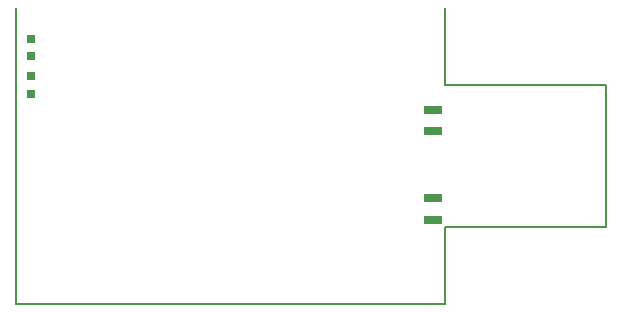
<source format=gbp>
G04 (created by PCBNEW (2013-05-16 BZR 4016)-stable) date 11. 1. 2014 1:24:09*
%MOIN*%
G04 Gerber Fmt 3.4, Leading zero omitted, Abs format*
%FSLAX34Y34*%
G01*
G70*
G90*
G04 APERTURE LIST*
%ADD10C,0.00590551*%
%ADD11R,0.0629921X0.0314961*%
%ADD12R,0.0314961X0.0314961*%
G04 APERTURE END LIST*
G54D10*
X20795Y-20510D02*
X20795Y-10667D01*
X35106Y-13206D02*
X35106Y-10667D01*
X40480Y-13206D02*
X35106Y-13206D01*
X35106Y-17970D02*
X35106Y-20510D01*
X40480Y-17970D02*
X35106Y-17970D01*
X40480Y-13206D02*
X40480Y-17970D01*
X35106Y-20510D02*
X20795Y-20510D01*
G54D11*
X34702Y-17704D03*
X34702Y-16996D03*
X34712Y-14752D03*
X34712Y-14043D03*
G54D12*
X21306Y-13521D03*
X21306Y-12931D03*
X21306Y-11671D03*
X21306Y-12262D03*
M02*

</source>
